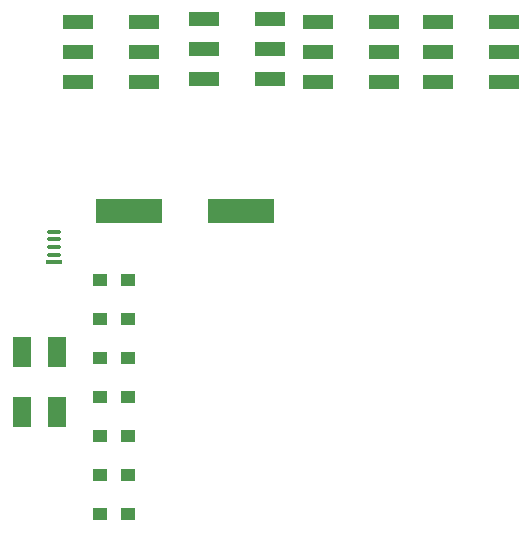
<source format=gtp>
G04 Layer_Color=8421504*
%FSLAX24Y24*%
%MOIN*%
G70*
G01*
G75*
%ADD10R,0.0512X0.0413*%
%ADD11R,0.2200X0.0830*%
%ADD12R,0.0591X0.1024*%
%ADD13R,0.1000X0.0470*%
%ADD14O,0.0532X0.0120*%
%ADD15R,0.0532X0.0120*%
D10*
X3537Y4500D02*
D03*
X4463D02*
D03*
Y5800D02*
D03*
X3537D02*
D03*
Y3200D02*
D03*
X4463D02*
D03*
X3537Y1900D02*
D03*
X4463D02*
D03*
X3537Y600D02*
D03*
X4463D02*
D03*
Y7100D02*
D03*
X3537D02*
D03*
X4463Y8400D02*
D03*
X3537D02*
D03*
D11*
X4500Y10700D02*
D03*
X8240D02*
D03*
D12*
X909Y4000D02*
D03*
X2091D02*
D03*
X909Y6000D02*
D03*
X2091D02*
D03*
D13*
X17000Y17000D02*
D03*
Y16000D02*
D03*
Y15000D02*
D03*
X14800Y17000D02*
D03*
Y16000D02*
D03*
Y15000D02*
D03*
X13000Y17000D02*
D03*
Y16000D02*
D03*
Y15000D02*
D03*
X10800Y17000D02*
D03*
Y16000D02*
D03*
Y15000D02*
D03*
X9200Y17100D02*
D03*
Y16100D02*
D03*
Y15100D02*
D03*
X7000Y17100D02*
D03*
Y16100D02*
D03*
Y15100D02*
D03*
X5000Y17000D02*
D03*
Y16000D02*
D03*
Y15000D02*
D03*
X2800Y17000D02*
D03*
Y16000D02*
D03*
Y15000D02*
D03*
D14*
X2000Y10012D02*
D03*
Y9756D02*
D03*
Y9500D02*
D03*
Y9244D02*
D03*
D15*
Y8988D02*
D03*
M02*

</source>
